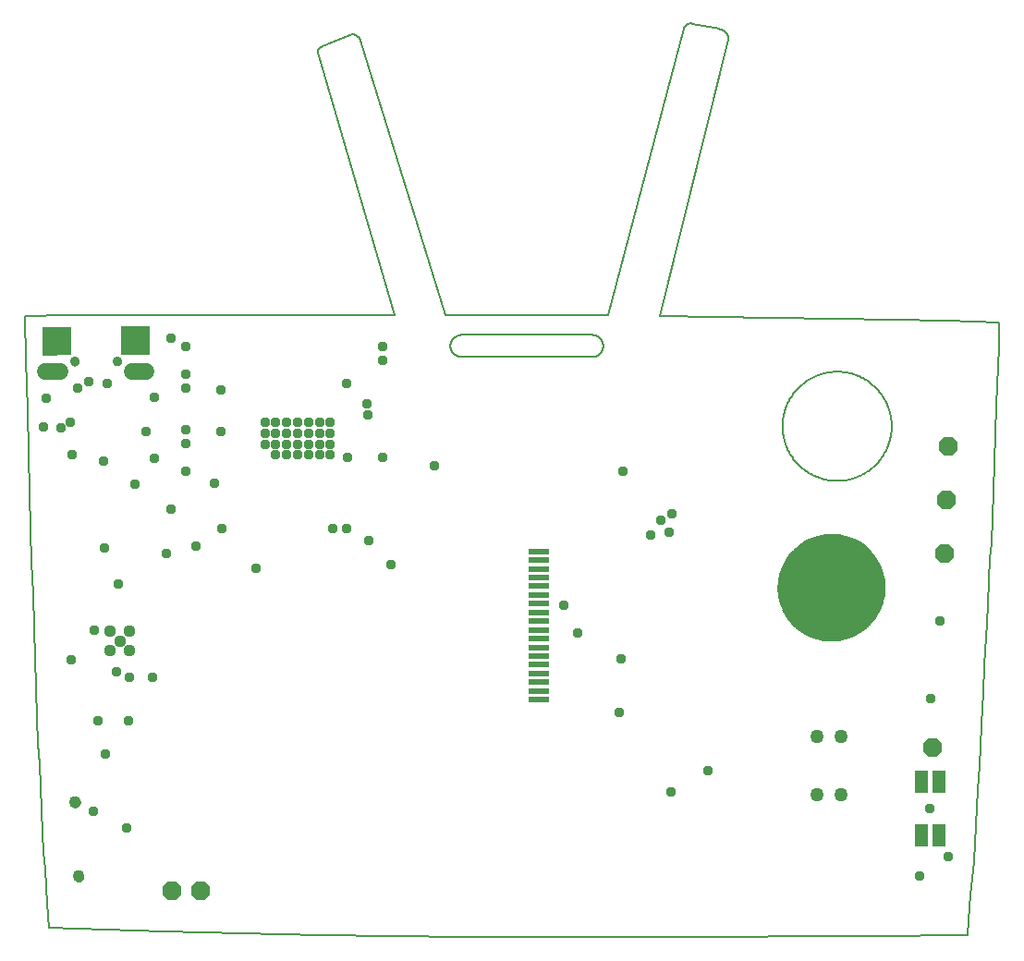
<source format=gts>
G75*
%MOIN*%
%OFA0B0*%
%FSLAX25Y25*%
%IPPOS*%
%LPD*%
%AMOC8*
5,1,8,0,0,1.08239X$1,22.5*
%
%ADD10C,0.00600*%
%ADD11C,0.00500*%
%ADD12C,0.00591*%
%ADD13R,0.04700X0.08100*%
%ADD14C,0.00000*%
%ADD15C,0.05950*%
%ADD16R,0.10300X0.10300*%
%ADD17C,0.03556*%
%ADD18OC8,0.06737*%
%ADD19R,0.07493X0.02375*%
%ADD20R,0.00900X0.00900*%
%ADD21C,0.04375*%
%ADD22C,0.04965*%
%ADD23C,0.04343*%
%ADD24R,0.04737X0.04737*%
%ADD25C,0.03778*%
D10*
X0018536Y0053992D02*
X0059875Y0052417D01*
X0116174Y0051236D01*
X0168930Y0050449D01*
X0239009Y0050449D01*
X0315781Y0050843D01*
X0349639Y0051236D01*
X0350033Y0056354D01*
X0350426Y0061079D01*
X0350820Y0065409D01*
X0352001Y0078008D01*
X0352788Y0091000D01*
X0353576Y0103598D01*
X0353970Y0112654D01*
X0354363Y0118953D01*
X0354757Y0127220D01*
X0355151Y0132732D01*
X0355544Y0138638D01*
X0355938Y0148480D01*
X0356725Y0163835D01*
X0357119Y0170528D01*
X0357907Y0187063D01*
X0358300Y0192575D01*
X0358694Y0202024D01*
X0359088Y0211079D01*
X0359481Y0221709D01*
X0360269Y0242181D01*
X0361056Y0263441D01*
X0361056Y0272102D01*
X0342552Y0272890D01*
X0302395Y0273677D01*
X0279212Y0273741D01*
X0238661Y0274528D01*
X0283041Y0234773D02*
X0283047Y0235256D01*
X0283065Y0235739D01*
X0283094Y0236221D01*
X0283136Y0236702D01*
X0283189Y0237183D01*
X0283254Y0237661D01*
X0283331Y0238138D01*
X0283419Y0238613D01*
X0283519Y0239086D01*
X0283631Y0239556D01*
X0283754Y0240023D01*
X0283889Y0240487D01*
X0284035Y0240948D01*
X0284192Y0241405D01*
X0284360Y0241858D01*
X0284539Y0242306D01*
X0284730Y0242750D01*
X0284931Y0243189D01*
X0285143Y0243624D01*
X0285365Y0244052D01*
X0285598Y0244476D01*
X0285842Y0244893D01*
X0286095Y0245304D01*
X0286359Y0245709D01*
X0286632Y0246108D01*
X0286915Y0246499D01*
X0287207Y0246884D01*
X0287509Y0247261D01*
X0287820Y0247631D01*
X0288140Y0247993D01*
X0288469Y0248347D01*
X0288807Y0248692D01*
X0289152Y0249030D01*
X0289506Y0249359D01*
X0289868Y0249679D01*
X0290238Y0249990D01*
X0290615Y0250292D01*
X0291000Y0250584D01*
X0291391Y0250867D01*
X0291790Y0251140D01*
X0292195Y0251404D01*
X0292606Y0251657D01*
X0293023Y0251901D01*
X0293447Y0252134D01*
X0293875Y0252356D01*
X0294310Y0252568D01*
X0294749Y0252769D01*
X0295193Y0252960D01*
X0295641Y0253139D01*
X0296094Y0253307D01*
X0296551Y0253464D01*
X0297012Y0253610D01*
X0297476Y0253745D01*
X0297943Y0253868D01*
X0298413Y0253980D01*
X0298886Y0254080D01*
X0299361Y0254168D01*
X0299838Y0254245D01*
X0300316Y0254310D01*
X0300797Y0254363D01*
X0301278Y0254405D01*
X0301760Y0254434D01*
X0302243Y0254452D01*
X0302726Y0254458D01*
X0303209Y0254452D01*
X0303692Y0254434D01*
X0304174Y0254405D01*
X0304655Y0254363D01*
X0305136Y0254310D01*
X0305614Y0254245D01*
X0306091Y0254168D01*
X0306566Y0254080D01*
X0307039Y0253980D01*
X0307509Y0253868D01*
X0307976Y0253745D01*
X0308440Y0253610D01*
X0308901Y0253464D01*
X0309358Y0253307D01*
X0309811Y0253139D01*
X0310259Y0252960D01*
X0310703Y0252769D01*
X0311142Y0252568D01*
X0311577Y0252356D01*
X0312005Y0252134D01*
X0312429Y0251901D01*
X0312846Y0251657D01*
X0313257Y0251404D01*
X0313662Y0251140D01*
X0314061Y0250867D01*
X0314452Y0250584D01*
X0314837Y0250292D01*
X0315214Y0249990D01*
X0315584Y0249679D01*
X0315946Y0249359D01*
X0316300Y0249030D01*
X0316645Y0248692D01*
X0316983Y0248347D01*
X0317312Y0247993D01*
X0317632Y0247631D01*
X0317943Y0247261D01*
X0318245Y0246884D01*
X0318537Y0246499D01*
X0318820Y0246108D01*
X0319093Y0245709D01*
X0319357Y0245304D01*
X0319610Y0244893D01*
X0319854Y0244476D01*
X0320087Y0244052D01*
X0320309Y0243624D01*
X0320521Y0243189D01*
X0320722Y0242750D01*
X0320913Y0242306D01*
X0321092Y0241858D01*
X0321260Y0241405D01*
X0321417Y0240948D01*
X0321563Y0240487D01*
X0321698Y0240023D01*
X0321821Y0239556D01*
X0321933Y0239086D01*
X0322033Y0238613D01*
X0322121Y0238138D01*
X0322198Y0237661D01*
X0322263Y0237183D01*
X0322316Y0236702D01*
X0322358Y0236221D01*
X0322387Y0235739D01*
X0322405Y0235256D01*
X0322411Y0234773D01*
X0322405Y0234290D01*
X0322387Y0233807D01*
X0322358Y0233325D01*
X0322316Y0232844D01*
X0322263Y0232363D01*
X0322198Y0231885D01*
X0322121Y0231408D01*
X0322033Y0230933D01*
X0321933Y0230460D01*
X0321821Y0229990D01*
X0321698Y0229523D01*
X0321563Y0229059D01*
X0321417Y0228598D01*
X0321260Y0228141D01*
X0321092Y0227688D01*
X0320913Y0227240D01*
X0320722Y0226796D01*
X0320521Y0226357D01*
X0320309Y0225922D01*
X0320087Y0225494D01*
X0319854Y0225070D01*
X0319610Y0224653D01*
X0319357Y0224242D01*
X0319093Y0223837D01*
X0318820Y0223438D01*
X0318537Y0223047D01*
X0318245Y0222662D01*
X0317943Y0222285D01*
X0317632Y0221915D01*
X0317312Y0221553D01*
X0316983Y0221199D01*
X0316645Y0220854D01*
X0316300Y0220516D01*
X0315946Y0220187D01*
X0315584Y0219867D01*
X0315214Y0219556D01*
X0314837Y0219254D01*
X0314452Y0218962D01*
X0314061Y0218679D01*
X0313662Y0218406D01*
X0313257Y0218142D01*
X0312846Y0217889D01*
X0312429Y0217645D01*
X0312005Y0217412D01*
X0311577Y0217190D01*
X0311142Y0216978D01*
X0310703Y0216777D01*
X0310259Y0216586D01*
X0309811Y0216407D01*
X0309358Y0216239D01*
X0308901Y0216082D01*
X0308440Y0215936D01*
X0307976Y0215801D01*
X0307509Y0215678D01*
X0307039Y0215566D01*
X0306566Y0215466D01*
X0306091Y0215378D01*
X0305614Y0215301D01*
X0305136Y0215236D01*
X0304655Y0215183D01*
X0304174Y0215141D01*
X0303692Y0215112D01*
X0303209Y0215094D01*
X0302726Y0215088D01*
X0302243Y0215094D01*
X0301760Y0215112D01*
X0301278Y0215141D01*
X0300797Y0215183D01*
X0300316Y0215236D01*
X0299838Y0215301D01*
X0299361Y0215378D01*
X0298886Y0215466D01*
X0298413Y0215566D01*
X0297943Y0215678D01*
X0297476Y0215801D01*
X0297012Y0215936D01*
X0296551Y0216082D01*
X0296094Y0216239D01*
X0295641Y0216407D01*
X0295193Y0216586D01*
X0294749Y0216777D01*
X0294310Y0216978D01*
X0293875Y0217190D01*
X0293447Y0217412D01*
X0293023Y0217645D01*
X0292606Y0217889D01*
X0292195Y0218142D01*
X0291790Y0218406D01*
X0291391Y0218679D01*
X0291000Y0218962D01*
X0290615Y0219254D01*
X0290238Y0219556D01*
X0289868Y0219867D01*
X0289506Y0220187D01*
X0289152Y0220516D01*
X0288807Y0220854D01*
X0288469Y0221199D01*
X0288140Y0221553D01*
X0287820Y0221915D01*
X0287509Y0222285D01*
X0287207Y0222662D01*
X0286915Y0223047D01*
X0286632Y0223438D01*
X0286359Y0223837D01*
X0286095Y0224242D01*
X0285842Y0224653D01*
X0285598Y0225070D01*
X0285365Y0225494D01*
X0285143Y0225922D01*
X0284931Y0226357D01*
X0284730Y0226796D01*
X0284539Y0227240D01*
X0284360Y0227688D01*
X0284192Y0228141D01*
X0284035Y0228598D01*
X0283889Y0229059D01*
X0283754Y0229523D01*
X0283631Y0229990D01*
X0283519Y0230460D01*
X0283419Y0230933D01*
X0283331Y0231408D01*
X0283254Y0231885D01*
X0283189Y0232363D01*
X0283136Y0232844D01*
X0283094Y0233325D01*
X0283065Y0233807D01*
X0283047Y0234290D01*
X0283041Y0234773D01*
X0295896Y0195007D02*
X0298376Y0195500D01*
X0300898Y0195666D01*
X0303362Y0195504D01*
X0305784Y0195023D01*
X0308122Y0194229D01*
X0310336Y0193137D01*
X0312389Y0191765D01*
X0314245Y0190137D01*
X0315873Y0188281D01*
X0317245Y0186228D01*
X0318337Y0184014D01*
X0319130Y0181676D01*
X0319612Y0179254D01*
X0319773Y0176791D01*
X0319773Y0176439D01*
X0319612Y0173971D01*
X0319129Y0171545D01*
X0318334Y0169203D01*
X0317240Y0166984D01*
X0315866Y0164928D01*
X0314235Y0163068D01*
X0312375Y0161437D01*
X0310318Y0160063D01*
X0308100Y0158969D01*
X0305758Y0158173D01*
X0303332Y0157691D01*
X0300863Y0157529D01*
X0300382Y0157529D01*
X0297927Y0157690D01*
X0295514Y0158170D01*
X0293184Y0158961D01*
X0290977Y0160049D01*
X0288931Y0161416D01*
X0287081Y0163039D01*
X0285459Y0164888D01*
X0284092Y0166934D01*
X0283004Y0169141D01*
X0282213Y0171471D01*
X0281733Y0173884D01*
X0281572Y0176339D01*
X0281737Y0178862D01*
X0282230Y0181341D01*
X0283043Y0183735D01*
X0284161Y0186003D01*
X0285566Y0188105D01*
X0287232Y0190005D01*
X0289133Y0191672D01*
X0291235Y0193077D01*
X0293502Y0194195D01*
X0295896Y0195007D01*
X0295706Y0194943D02*
X0306019Y0194943D01*
X0307782Y0194344D02*
X0293943Y0194344D01*
X0292592Y0193746D02*
X0309101Y0193746D01*
X0310315Y0193147D02*
X0291378Y0193147D01*
X0290445Y0192549D02*
X0311216Y0192549D01*
X0312112Y0191950D02*
X0289549Y0191950D01*
X0288768Y0191352D02*
X0312860Y0191352D01*
X0313543Y0190753D02*
X0288085Y0190753D01*
X0287403Y0190155D02*
X0314225Y0190155D01*
X0314755Y0189556D02*
X0286839Y0189556D01*
X0286314Y0188958D02*
X0315280Y0188958D01*
X0315805Y0188359D02*
X0285789Y0188359D01*
X0285336Y0187761D02*
X0316221Y0187761D01*
X0316621Y0187162D02*
X0284936Y0187162D01*
X0284536Y0186564D02*
X0317021Y0186564D01*
X0317374Y0185965D02*
X0284143Y0185965D01*
X0283848Y0185367D02*
X0317670Y0185367D01*
X0317965Y0184768D02*
X0283552Y0184768D01*
X0283257Y0184170D02*
X0318260Y0184170D01*
X0318487Y0183571D02*
X0282987Y0183571D01*
X0282784Y0182972D02*
X0318690Y0182972D01*
X0318893Y0182374D02*
X0282581Y0182374D01*
X0282378Y0181775D02*
X0319096Y0181775D01*
X0319230Y0181177D02*
X0282198Y0181177D01*
X0282079Y0180578D02*
X0319349Y0180578D01*
X0319468Y0179980D02*
X0281960Y0179980D01*
X0281841Y0179381D02*
X0319587Y0179381D01*
X0319643Y0178783D02*
X0281732Y0178783D01*
X0281693Y0178184D02*
X0319682Y0178184D01*
X0319721Y0177586D02*
X0281654Y0177586D01*
X0281614Y0176987D02*
X0319761Y0176987D01*
X0319770Y0176389D02*
X0281575Y0176389D01*
X0281608Y0175790D02*
X0319731Y0175790D01*
X0319692Y0175192D02*
X0281647Y0175192D01*
X0281686Y0174593D02*
X0319652Y0174593D01*
X0319613Y0173995D02*
X0281726Y0173995D01*
X0281830Y0173396D02*
X0319497Y0173396D01*
X0319378Y0172798D02*
X0281949Y0172798D01*
X0282068Y0172199D02*
X0319259Y0172199D01*
X0319140Y0171601D02*
X0282187Y0171601D01*
X0282372Y0171002D02*
X0318945Y0171002D01*
X0318742Y0170404D02*
X0282575Y0170404D01*
X0282778Y0169805D02*
X0318539Y0169805D01*
X0318335Y0169207D02*
X0282981Y0169207D01*
X0283266Y0168608D02*
X0318041Y0168608D01*
X0317746Y0168010D02*
X0283562Y0168010D01*
X0283857Y0167411D02*
X0317451Y0167411D01*
X0317125Y0166813D02*
X0284173Y0166813D01*
X0284573Y0166214D02*
X0316725Y0166214D01*
X0316326Y0165616D02*
X0284973Y0165616D01*
X0285373Y0165017D02*
X0315926Y0165017D01*
X0315419Y0164419D02*
X0285871Y0164419D01*
X0286396Y0163820D02*
X0314895Y0163820D01*
X0314370Y0163222D02*
X0286921Y0163222D01*
X0287555Y0162623D02*
X0313728Y0162623D01*
X0313045Y0162025D02*
X0288237Y0162025D01*
X0288920Y0161426D02*
X0312359Y0161426D01*
X0311463Y0160828D02*
X0289812Y0160828D01*
X0290708Y0160229D02*
X0310567Y0160229D01*
X0309442Y0159631D02*
X0291826Y0159631D01*
X0293040Y0159032D02*
X0308229Y0159032D01*
X0306524Y0158434D02*
X0294738Y0158434D01*
X0297198Y0157835D02*
X0304056Y0157835D01*
X0302798Y0195541D02*
X0298998Y0195541D01*
X0024881Y0274725D02*
X0009875Y0274465D01*
X0010269Y0258717D01*
X0010662Y0241000D01*
X0011056Y0224858D01*
X0011450Y0211079D01*
X0011844Y0197693D01*
X0012237Y0185488D01*
X0012631Y0174465D01*
X0013025Y0161866D01*
X0013418Y0151630D01*
X0014206Y0129583D01*
X0014599Y0120134D01*
X0014993Y0113047D01*
X0015387Y0104780D01*
X0015781Y0096118D01*
X0016174Y0088638D01*
X0016568Y0080764D01*
X0016962Y0075252D01*
X0017355Y0068559D01*
X0017749Y0063047D01*
X0018143Y0058323D01*
X0018536Y0053992D01*
D11*
X0167177Y0259861D02*
X0214421Y0259861D01*
X0218358Y0263798D02*
X0218356Y0263922D01*
X0218350Y0264045D01*
X0218341Y0264169D01*
X0218327Y0264291D01*
X0218310Y0264414D01*
X0218288Y0264536D01*
X0218263Y0264657D01*
X0218234Y0264777D01*
X0218202Y0264896D01*
X0218165Y0265015D01*
X0218125Y0265132D01*
X0218082Y0265247D01*
X0218034Y0265362D01*
X0217983Y0265474D01*
X0217929Y0265585D01*
X0217871Y0265695D01*
X0217810Y0265802D01*
X0217745Y0265908D01*
X0217677Y0266011D01*
X0217606Y0266112D01*
X0217532Y0266211D01*
X0217455Y0266308D01*
X0217374Y0266402D01*
X0217291Y0266493D01*
X0217205Y0266582D01*
X0217116Y0266668D01*
X0217025Y0266751D01*
X0216931Y0266832D01*
X0216834Y0266909D01*
X0216735Y0266983D01*
X0216634Y0267054D01*
X0216531Y0267122D01*
X0216425Y0267187D01*
X0216318Y0267248D01*
X0216208Y0267306D01*
X0216097Y0267360D01*
X0215985Y0267411D01*
X0215870Y0267459D01*
X0215755Y0267502D01*
X0215638Y0267542D01*
X0215519Y0267579D01*
X0215400Y0267611D01*
X0215280Y0267640D01*
X0215159Y0267665D01*
X0215037Y0267687D01*
X0214914Y0267704D01*
X0214792Y0267718D01*
X0214668Y0267727D01*
X0214545Y0267733D01*
X0214421Y0267735D01*
X0167177Y0267735D01*
X0163240Y0263798D02*
X0163242Y0263674D01*
X0163248Y0263551D01*
X0163257Y0263427D01*
X0163271Y0263305D01*
X0163288Y0263182D01*
X0163310Y0263060D01*
X0163335Y0262939D01*
X0163364Y0262819D01*
X0163396Y0262700D01*
X0163433Y0262581D01*
X0163473Y0262464D01*
X0163516Y0262349D01*
X0163564Y0262234D01*
X0163615Y0262122D01*
X0163669Y0262011D01*
X0163727Y0261901D01*
X0163788Y0261794D01*
X0163853Y0261688D01*
X0163921Y0261585D01*
X0163992Y0261484D01*
X0164066Y0261385D01*
X0164143Y0261288D01*
X0164224Y0261194D01*
X0164307Y0261103D01*
X0164393Y0261014D01*
X0164482Y0260928D01*
X0164573Y0260845D01*
X0164667Y0260764D01*
X0164764Y0260687D01*
X0164863Y0260613D01*
X0164964Y0260542D01*
X0165067Y0260474D01*
X0165173Y0260409D01*
X0165280Y0260348D01*
X0165390Y0260290D01*
X0165501Y0260236D01*
X0165613Y0260185D01*
X0165728Y0260137D01*
X0165843Y0260094D01*
X0165960Y0260054D01*
X0166079Y0260017D01*
X0166198Y0259985D01*
X0166318Y0259956D01*
X0166439Y0259931D01*
X0166561Y0259909D01*
X0166684Y0259892D01*
X0166806Y0259878D01*
X0166930Y0259869D01*
X0167053Y0259863D01*
X0167177Y0259861D01*
X0163240Y0263798D02*
X0163242Y0263922D01*
X0163248Y0264045D01*
X0163257Y0264169D01*
X0163271Y0264291D01*
X0163288Y0264414D01*
X0163310Y0264536D01*
X0163335Y0264657D01*
X0163364Y0264777D01*
X0163396Y0264896D01*
X0163433Y0265015D01*
X0163473Y0265132D01*
X0163516Y0265247D01*
X0163564Y0265362D01*
X0163615Y0265474D01*
X0163669Y0265585D01*
X0163727Y0265695D01*
X0163788Y0265802D01*
X0163853Y0265908D01*
X0163921Y0266011D01*
X0163992Y0266112D01*
X0164066Y0266211D01*
X0164143Y0266308D01*
X0164224Y0266402D01*
X0164307Y0266493D01*
X0164393Y0266582D01*
X0164482Y0266668D01*
X0164573Y0266751D01*
X0164667Y0266832D01*
X0164764Y0266909D01*
X0164863Y0266983D01*
X0164964Y0267054D01*
X0165067Y0267122D01*
X0165173Y0267187D01*
X0165280Y0267248D01*
X0165390Y0267306D01*
X0165501Y0267360D01*
X0165613Y0267411D01*
X0165728Y0267459D01*
X0165843Y0267502D01*
X0165960Y0267542D01*
X0166079Y0267579D01*
X0166198Y0267611D01*
X0166318Y0267640D01*
X0166439Y0267665D01*
X0166561Y0267687D01*
X0166684Y0267704D01*
X0166806Y0267718D01*
X0166930Y0267727D01*
X0167053Y0267733D01*
X0167177Y0267735D01*
X0214421Y0259861D02*
X0214545Y0259863D01*
X0214668Y0259869D01*
X0214792Y0259878D01*
X0214914Y0259892D01*
X0215037Y0259909D01*
X0215159Y0259931D01*
X0215280Y0259956D01*
X0215400Y0259985D01*
X0215519Y0260017D01*
X0215638Y0260054D01*
X0215755Y0260094D01*
X0215870Y0260137D01*
X0215985Y0260185D01*
X0216097Y0260236D01*
X0216208Y0260290D01*
X0216318Y0260348D01*
X0216425Y0260409D01*
X0216531Y0260474D01*
X0216634Y0260542D01*
X0216735Y0260613D01*
X0216834Y0260687D01*
X0216931Y0260764D01*
X0217025Y0260845D01*
X0217116Y0260928D01*
X0217205Y0261014D01*
X0217291Y0261103D01*
X0217374Y0261194D01*
X0217455Y0261288D01*
X0217532Y0261385D01*
X0217606Y0261484D01*
X0217677Y0261585D01*
X0217745Y0261688D01*
X0217810Y0261794D01*
X0217871Y0261901D01*
X0217929Y0262011D01*
X0217983Y0262122D01*
X0218034Y0262234D01*
X0218082Y0262349D01*
X0218125Y0262464D01*
X0218165Y0262581D01*
X0218202Y0262700D01*
X0218234Y0262819D01*
X0218263Y0262939D01*
X0218288Y0263060D01*
X0218310Y0263182D01*
X0218327Y0263305D01*
X0218341Y0263427D01*
X0218350Y0263551D01*
X0218356Y0263674D01*
X0218358Y0263798D01*
D12*
X0220157Y0274922D02*
X0247322Y0378072D01*
X0247322Y0378071D02*
X0247347Y0378169D01*
X0247375Y0378266D01*
X0247407Y0378361D01*
X0247442Y0378455D01*
X0247481Y0378548D01*
X0247524Y0378639D01*
X0247570Y0378728D01*
X0247620Y0378816D01*
X0247672Y0378902D01*
X0247728Y0378985D01*
X0247788Y0379067D01*
X0247850Y0379146D01*
X0247915Y0379222D01*
X0247983Y0379296D01*
X0248054Y0379367D01*
X0248128Y0379436D01*
X0248204Y0379502D01*
X0248283Y0379565D01*
X0248364Y0379624D01*
X0248447Y0379681D01*
X0248532Y0379734D01*
X0248619Y0379784D01*
X0248709Y0379831D01*
X0248799Y0379874D01*
X0248892Y0379914D01*
X0248986Y0379950D01*
X0249081Y0379982D01*
X0249177Y0380011D01*
X0249275Y0380036D01*
X0249373Y0380057D01*
X0249472Y0380075D01*
X0249572Y0380089D01*
X0249672Y0380099D01*
X0249772Y0380105D01*
X0249873Y0380107D01*
X0249974Y0380105D01*
X0250074Y0380100D01*
X0250174Y0380091D01*
X0250274Y0380077D01*
X0250373Y0380060D01*
X0250471Y0380040D01*
X0250472Y0380040D02*
X0260314Y0378072D01*
X0260315Y0378071D02*
X0260430Y0378056D01*
X0260546Y0378038D01*
X0260660Y0378016D01*
X0260774Y0377989D01*
X0260887Y0377960D01*
X0260998Y0377926D01*
X0261109Y0377889D01*
X0261218Y0377849D01*
X0261326Y0377804D01*
X0261433Y0377757D01*
X0261538Y0377705D01*
X0261641Y0377651D01*
X0261742Y0377593D01*
X0261841Y0377532D01*
X0261938Y0377467D01*
X0262034Y0377400D01*
X0262126Y0377329D01*
X0262217Y0377255D01*
X0262305Y0377179D01*
X0262390Y0377099D01*
X0262473Y0377017D01*
X0262553Y0376932D01*
X0262630Y0376845D01*
X0262705Y0376755D01*
X0262776Y0376663D01*
X0262844Y0376568D01*
X0262910Y0376471D01*
X0262972Y0376373D01*
X0263030Y0376272D01*
X0263086Y0376169D01*
X0263138Y0376065D01*
X0263186Y0375959D01*
X0263231Y0375851D01*
X0263273Y0375742D01*
X0263311Y0375632D01*
X0263345Y0375520D01*
X0263376Y0375408D01*
X0263403Y0375294D01*
X0263426Y0375180D01*
X0263445Y0375065D01*
X0263461Y0374949D01*
X0263473Y0374833D01*
X0263481Y0374717D01*
X0263485Y0374600D01*
X0263486Y0374484D01*
X0263482Y0374367D01*
X0263475Y0374250D01*
X0263464Y0374134D01*
X0263464Y0374135D02*
X0238661Y0274528D01*
X0220157Y0274922D02*
X0161496Y0274922D01*
X0130787Y0373741D01*
X0130770Y0373843D01*
X0130750Y0373946D01*
X0130726Y0374047D01*
X0130698Y0374147D01*
X0130666Y0374246D01*
X0130630Y0374344D01*
X0130591Y0374441D01*
X0130549Y0374536D01*
X0130502Y0374629D01*
X0130453Y0374720D01*
X0130400Y0374810D01*
X0130343Y0374898D01*
X0130284Y0374983D01*
X0130221Y0375066D01*
X0130155Y0375147D01*
X0130086Y0375225D01*
X0130015Y0375300D01*
X0129940Y0375373D01*
X0129863Y0375443D01*
X0129784Y0375510D01*
X0129701Y0375574D01*
X0129617Y0375635D01*
X0129530Y0375693D01*
X0129442Y0375747D01*
X0129351Y0375798D01*
X0129258Y0375846D01*
X0129164Y0375890D01*
X0129068Y0375931D01*
X0128971Y0375968D01*
X0128872Y0376001D01*
X0128772Y0376031D01*
X0128671Y0376056D01*
X0128570Y0376078D01*
X0128467Y0376097D01*
X0128364Y0376111D01*
X0128260Y0376122D01*
X0128157Y0376128D01*
X0128052Y0376131D01*
X0127948Y0376130D01*
X0127844Y0376125D01*
X0127741Y0376116D01*
X0127637Y0376103D01*
X0117007Y0371772D01*
X0116922Y0371753D01*
X0116837Y0371730D01*
X0116754Y0371704D01*
X0116672Y0371674D01*
X0116591Y0371640D01*
X0116511Y0371603D01*
X0116434Y0371563D01*
X0116358Y0371519D01*
X0116284Y0371472D01*
X0116213Y0371421D01*
X0116143Y0371368D01*
X0116076Y0371312D01*
X0116012Y0371252D01*
X0115950Y0371190D01*
X0115891Y0371126D01*
X0115834Y0371059D01*
X0115781Y0370989D01*
X0115731Y0370917D01*
X0115684Y0370843D01*
X0115640Y0370768D01*
X0115600Y0370690D01*
X0115563Y0370610D01*
X0115530Y0370529D01*
X0115500Y0370447D01*
X0115474Y0370364D01*
X0115451Y0370279D01*
X0115432Y0370193D01*
X0115417Y0370107D01*
X0115406Y0370020D01*
X0115398Y0369933D01*
X0115394Y0369846D01*
X0115395Y0369758D01*
X0115398Y0369671D01*
X0115406Y0369583D01*
X0115418Y0369497D01*
X0115433Y0369410D01*
X0142992Y0274922D01*
X0024881Y0274725D01*
D13*
X0333083Y0106450D03*
X0339383Y0106450D03*
X0339383Y0087350D03*
X0333083Y0087350D03*
D14*
X0051326Y0264466D02*
X0051318Y0266828D01*
X0051306Y0266905D01*
X0051291Y0266982D01*
X0051271Y0267057D01*
X0051248Y0267132D01*
X0051222Y0267205D01*
X0051192Y0267277D01*
X0051158Y0267347D01*
X0051121Y0267415D01*
X0051080Y0267482D01*
X0051037Y0267546D01*
X0050990Y0267609D01*
X0050940Y0267669D01*
X0050888Y0267726D01*
X0050832Y0267781D01*
X0050774Y0267833D01*
X0050714Y0267882D01*
X0050651Y0267928D01*
X0050586Y0267971D01*
X0050519Y0268011D01*
X0050450Y0268047D01*
X0050380Y0268080D01*
X0050308Y0268110D01*
X0050234Y0268135D01*
X0050159Y0268158D01*
X0050084Y0268176D01*
X0050007Y0268191D01*
X0049930Y0268202D01*
X0049853Y0268209D01*
X0049775Y0268213D01*
X0049697Y0268212D01*
X0049619Y0268208D01*
X0049542Y0268200D01*
X0049541Y0268199D02*
X0049464Y0268207D01*
X0049386Y0268211D01*
X0049308Y0268210D01*
X0049230Y0268206D01*
X0049153Y0268199D01*
X0049076Y0268187D01*
X0048999Y0268172D01*
X0048924Y0268153D01*
X0048849Y0268130D01*
X0048776Y0268104D01*
X0048704Y0268074D01*
X0048634Y0268040D01*
X0048565Y0268003D01*
X0048498Y0267963D01*
X0048434Y0267920D01*
X0048371Y0267873D01*
X0048311Y0267824D01*
X0048254Y0267771D01*
X0048199Y0267716D01*
X0048146Y0267658D01*
X0048097Y0267598D01*
X0048051Y0267535D01*
X0048008Y0267471D01*
X0047968Y0267404D01*
X0047931Y0267335D01*
X0047898Y0267264D01*
X0047868Y0267192D01*
X0047842Y0267119D01*
X0047820Y0267044D01*
X0047801Y0266969D01*
X0047786Y0266892D01*
X0047775Y0266815D01*
X0047775Y0266816D02*
X0047783Y0264453D01*
X0047783Y0264454D02*
X0047795Y0264377D01*
X0047810Y0264300D01*
X0047830Y0264225D01*
X0047853Y0264150D01*
X0047879Y0264077D01*
X0047909Y0264005D01*
X0047943Y0263935D01*
X0047980Y0263867D01*
X0048021Y0263800D01*
X0048064Y0263736D01*
X0048111Y0263673D01*
X0048161Y0263613D01*
X0048213Y0263556D01*
X0048269Y0263501D01*
X0048327Y0263449D01*
X0048387Y0263400D01*
X0048450Y0263354D01*
X0048515Y0263311D01*
X0048582Y0263271D01*
X0048651Y0263235D01*
X0048721Y0263202D01*
X0048793Y0263172D01*
X0048867Y0263147D01*
X0048942Y0263124D01*
X0049017Y0263106D01*
X0049094Y0263091D01*
X0049171Y0263080D01*
X0049248Y0263073D01*
X0049326Y0263069D01*
X0049404Y0263070D01*
X0049482Y0263074D01*
X0049559Y0263082D01*
X0049560Y0263082D02*
X0049637Y0263074D01*
X0049715Y0263070D01*
X0049793Y0263071D01*
X0049871Y0263075D01*
X0049948Y0263082D01*
X0050025Y0263094D01*
X0050102Y0263109D01*
X0050177Y0263128D01*
X0050252Y0263151D01*
X0050325Y0263177D01*
X0050397Y0263207D01*
X0050467Y0263241D01*
X0050536Y0263278D01*
X0050603Y0263318D01*
X0050667Y0263361D01*
X0050730Y0263408D01*
X0050790Y0263457D01*
X0050847Y0263510D01*
X0050902Y0263565D01*
X0050955Y0263623D01*
X0051004Y0263683D01*
X0051050Y0263746D01*
X0051093Y0263810D01*
X0051133Y0263877D01*
X0051170Y0263946D01*
X0051203Y0264017D01*
X0051233Y0264089D01*
X0051259Y0264162D01*
X0051281Y0264237D01*
X0051300Y0264312D01*
X0051315Y0264389D01*
X0051326Y0264466D01*
X0041703Y0258138D02*
X0041705Y0258212D01*
X0041711Y0258286D01*
X0041721Y0258359D01*
X0041735Y0258432D01*
X0041752Y0258504D01*
X0041774Y0258574D01*
X0041799Y0258644D01*
X0041828Y0258712D01*
X0041861Y0258778D01*
X0041897Y0258843D01*
X0041937Y0258905D01*
X0041979Y0258966D01*
X0042025Y0259024D01*
X0042074Y0259079D01*
X0042126Y0259132D01*
X0042181Y0259182D01*
X0042238Y0259228D01*
X0042298Y0259272D01*
X0042360Y0259312D01*
X0042424Y0259349D01*
X0042490Y0259383D01*
X0042558Y0259413D01*
X0042627Y0259439D01*
X0042698Y0259462D01*
X0042769Y0259480D01*
X0042842Y0259495D01*
X0042915Y0259506D01*
X0042989Y0259513D01*
X0043063Y0259516D01*
X0043136Y0259515D01*
X0043210Y0259510D01*
X0043284Y0259501D01*
X0043357Y0259488D01*
X0043429Y0259471D01*
X0043500Y0259451D01*
X0043570Y0259426D01*
X0043638Y0259398D01*
X0043705Y0259367D01*
X0043770Y0259331D01*
X0043833Y0259293D01*
X0043894Y0259251D01*
X0043953Y0259205D01*
X0044009Y0259157D01*
X0044062Y0259106D01*
X0044112Y0259052D01*
X0044160Y0258995D01*
X0044204Y0258936D01*
X0044246Y0258874D01*
X0044284Y0258811D01*
X0044318Y0258745D01*
X0044349Y0258678D01*
X0044376Y0258609D01*
X0044399Y0258539D01*
X0044419Y0258468D01*
X0044435Y0258395D01*
X0044447Y0258322D01*
X0044455Y0258249D01*
X0044459Y0258175D01*
X0044459Y0258101D01*
X0044455Y0258027D01*
X0044447Y0257954D01*
X0044435Y0257881D01*
X0044419Y0257808D01*
X0044399Y0257737D01*
X0044376Y0257667D01*
X0044349Y0257598D01*
X0044318Y0257531D01*
X0044284Y0257465D01*
X0044246Y0257402D01*
X0044204Y0257340D01*
X0044160Y0257281D01*
X0044112Y0257224D01*
X0044062Y0257170D01*
X0044009Y0257119D01*
X0043953Y0257071D01*
X0043894Y0257025D01*
X0043833Y0256983D01*
X0043770Y0256945D01*
X0043705Y0256909D01*
X0043638Y0256878D01*
X0043570Y0256850D01*
X0043500Y0256825D01*
X0043429Y0256805D01*
X0043357Y0256788D01*
X0043284Y0256775D01*
X0043210Y0256766D01*
X0043136Y0256761D01*
X0043063Y0256760D01*
X0042989Y0256763D01*
X0042915Y0256770D01*
X0042842Y0256781D01*
X0042769Y0256796D01*
X0042698Y0256814D01*
X0042627Y0256837D01*
X0042558Y0256863D01*
X0042490Y0256893D01*
X0042424Y0256927D01*
X0042360Y0256964D01*
X0042298Y0257004D01*
X0042238Y0257048D01*
X0042181Y0257094D01*
X0042126Y0257144D01*
X0042074Y0257197D01*
X0042025Y0257252D01*
X0041979Y0257310D01*
X0041937Y0257371D01*
X0041897Y0257433D01*
X0041861Y0257498D01*
X0041828Y0257564D01*
X0041799Y0257632D01*
X0041774Y0257702D01*
X0041752Y0257772D01*
X0041735Y0257844D01*
X0041721Y0257917D01*
X0041711Y0257990D01*
X0041705Y0258064D01*
X0041703Y0258138D01*
X0026348Y0258084D02*
X0026350Y0258158D01*
X0026356Y0258232D01*
X0026366Y0258305D01*
X0026380Y0258378D01*
X0026397Y0258450D01*
X0026419Y0258520D01*
X0026444Y0258590D01*
X0026473Y0258658D01*
X0026506Y0258724D01*
X0026542Y0258789D01*
X0026582Y0258851D01*
X0026624Y0258912D01*
X0026670Y0258970D01*
X0026719Y0259025D01*
X0026771Y0259078D01*
X0026826Y0259128D01*
X0026883Y0259174D01*
X0026943Y0259218D01*
X0027005Y0259258D01*
X0027069Y0259295D01*
X0027135Y0259329D01*
X0027203Y0259359D01*
X0027272Y0259385D01*
X0027343Y0259408D01*
X0027414Y0259426D01*
X0027487Y0259441D01*
X0027560Y0259452D01*
X0027634Y0259459D01*
X0027708Y0259462D01*
X0027781Y0259461D01*
X0027855Y0259456D01*
X0027929Y0259447D01*
X0028002Y0259434D01*
X0028074Y0259417D01*
X0028145Y0259397D01*
X0028215Y0259372D01*
X0028283Y0259344D01*
X0028350Y0259313D01*
X0028415Y0259277D01*
X0028478Y0259239D01*
X0028539Y0259197D01*
X0028598Y0259151D01*
X0028654Y0259103D01*
X0028707Y0259052D01*
X0028757Y0258998D01*
X0028805Y0258941D01*
X0028849Y0258882D01*
X0028891Y0258820D01*
X0028929Y0258757D01*
X0028963Y0258691D01*
X0028994Y0258624D01*
X0029021Y0258555D01*
X0029044Y0258485D01*
X0029064Y0258414D01*
X0029080Y0258341D01*
X0029092Y0258268D01*
X0029100Y0258195D01*
X0029104Y0258121D01*
X0029104Y0258047D01*
X0029100Y0257973D01*
X0029092Y0257900D01*
X0029080Y0257827D01*
X0029064Y0257754D01*
X0029044Y0257683D01*
X0029021Y0257613D01*
X0028994Y0257544D01*
X0028963Y0257477D01*
X0028929Y0257411D01*
X0028891Y0257348D01*
X0028849Y0257286D01*
X0028805Y0257227D01*
X0028757Y0257170D01*
X0028707Y0257116D01*
X0028654Y0257065D01*
X0028598Y0257017D01*
X0028539Y0256971D01*
X0028478Y0256929D01*
X0028415Y0256891D01*
X0028350Y0256855D01*
X0028283Y0256824D01*
X0028215Y0256796D01*
X0028145Y0256771D01*
X0028074Y0256751D01*
X0028002Y0256734D01*
X0027929Y0256721D01*
X0027855Y0256712D01*
X0027781Y0256707D01*
X0027708Y0256706D01*
X0027634Y0256709D01*
X0027560Y0256716D01*
X0027487Y0256727D01*
X0027414Y0256742D01*
X0027343Y0256760D01*
X0027272Y0256783D01*
X0027203Y0256809D01*
X0027135Y0256839D01*
X0027069Y0256873D01*
X0027005Y0256910D01*
X0026943Y0256950D01*
X0026883Y0256994D01*
X0026826Y0257040D01*
X0026771Y0257090D01*
X0026719Y0257143D01*
X0026670Y0257198D01*
X0026624Y0257256D01*
X0026582Y0257317D01*
X0026542Y0257379D01*
X0026506Y0257444D01*
X0026473Y0257510D01*
X0026444Y0257578D01*
X0026419Y0257648D01*
X0026397Y0257718D01*
X0026380Y0257790D01*
X0026366Y0257863D01*
X0026356Y0257936D01*
X0026350Y0258010D01*
X0026348Y0258084D01*
X0022980Y0264367D02*
X0022972Y0266532D01*
X0022973Y0266533D02*
X0022976Y0266608D01*
X0022975Y0266683D01*
X0022970Y0266757D01*
X0022962Y0266832D01*
X0022949Y0266906D01*
X0022933Y0266979D01*
X0022914Y0267052D01*
X0022890Y0267123D01*
X0022863Y0267193D01*
X0022833Y0267261D01*
X0022799Y0267328D01*
X0022762Y0267393D01*
X0022721Y0267456D01*
X0022677Y0267517D01*
X0022631Y0267576D01*
X0022581Y0267632D01*
X0022529Y0267686D01*
X0022474Y0267737D01*
X0022416Y0267785D01*
X0022356Y0267830D01*
X0022294Y0267872D01*
X0022230Y0267911D01*
X0022164Y0267947D01*
X0022096Y0267979D01*
X0022027Y0268007D01*
X0021957Y0268033D01*
X0021885Y0268054D01*
X0021812Y0268072D01*
X0021738Y0268086D01*
X0021664Y0268096D01*
X0021589Y0268103D01*
X0021589Y0268102D02*
X0020802Y0268099D01*
X0020801Y0268099D02*
X0020727Y0268092D01*
X0020653Y0268081D01*
X0020579Y0268067D01*
X0020506Y0268048D01*
X0020435Y0268026D01*
X0020364Y0268001D01*
X0020295Y0267971D01*
X0020228Y0267939D01*
X0020162Y0267903D01*
X0020098Y0267864D01*
X0020036Y0267821D01*
X0019977Y0267776D01*
X0019919Y0267727D01*
X0019865Y0267676D01*
X0019813Y0267622D01*
X0019764Y0267565D01*
X0019717Y0267506D01*
X0019674Y0267445D01*
X0019634Y0267381D01*
X0019597Y0267316D01*
X0019564Y0267249D01*
X0019534Y0267180D01*
X0019507Y0267110D01*
X0019485Y0267039D01*
X0019465Y0266966D01*
X0019450Y0266893D01*
X0019438Y0266819D01*
X0019430Y0266744D01*
X0019426Y0266669D01*
X0019425Y0266594D01*
X0019429Y0266519D01*
X0019429Y0266520D02*
X0019437Y0264355D01*
X0019437Y0264354D02*
X0019439Y0264282D01*
X0019445Y0264210D01*
X0019455Y0264139D01*
X0019468Y0264068D01*
X0019485Y0263998D01*
X0019506Y0263929D01*
X0019530Y0263861D01*
X0019558Y0263794D01*
X0019589Y0263729D01*
X0019624Y0263666D01*
X0019662Y0263604D01*
X0019703Y0263545D01*
X0019747Y0263488D01*
X0019794Y0263433D01*
X0019844Y0263381D01*
X0019897Y0263332D01*
X0019952Y0263285D01*
X0020009Y0263241D01*
X0020069Y0263201D01*
X0020130Y0263163D01*
X0020194Y0263129D01*
X0020259Y0263098D01*
X0020326Y0263071D01*
X0020394Y0263047D01*
X0020463Y0263027D01*
X0020533Y0263010D01*
X0020604Y0262997D01*
X0020676Y0262988D01*
X0020748Y0262983D01*
X0020820Y0262981D01*
X0020819Y0262981D02*
X0021607Y0262984D01*
X0021679Y0262986D01*
X0021751Y0262992D01*
X0021822Y0263002D01*
X0021893Y0263015D01*
X0021963Y0263032D01*
X0022032Y0263053D01*
X0022100Y0263077D01*
X0022167Y0263105D01*
X0022232Y0263136D01*
X0022295Y0263171D01*
X0022357Y0263209D01*
X0022416Y0263250D01*
X0022473Y0263294D01*
X0022528Y0263341D01*
X0022580Y0263391D01*
X0022629Y0263444D01*
X0022676Y0263499D01*
X0022720Y0263556D01*
X0022760Y0263616D01*
X0022798Y0263677D01*
X0022832Y0263741D01*
X0022863Y0263806D01*
X0022890Y0263873D01*
X0022914Y0263941D01*
X0022934Y0264010D01*
X0022951Y0264080D01*
X0022964Y0264151D01*
X0022973Y0264223D01*
X0022978Y0264295D01*
X0022980Y0264367D01*
X0026093Y0099141D02*
X0026095Y0099225D01*
X0026101Y0099308D01*
X0026111Y0099391D01*
X0026125Y0099474D01*
X0026142Y0099556D01*
X0026164Y0099637D01*
X0026189Y0099716D01*
X0026218Y0099795D01*
X0026251Y0099872D01*
X0026287Y0099947D01*
X0026327Y0100021D01*
X0026370Y0100093D01*
X0026417Y0100162D01*
X0026467Y0100229D01*
X0026520Y0100294D01*
X0026576Y0100356D01*
X0026634Y0100416D01*
X0026696Y0100473D01*
X0026760Y0100526D01*
X0026827Y0100577D01*
X0026896Y0100624D01*
X0026967Y0100669D01*
X0027040Y0100709D01*
X0027115Y0100746D01*
X0027192Y0100780D01*
X0027270Y0100810D01*
X0027349Y0100836D01*
X0027430Y0100859D01*
X0027512Y0100877D01*
X0027594Y0100892D01*
X0027677Y0100903D01*
X0027760Y0100910D01*
X0027844Y0100913D01*
X0027928Y0100912D01*
X0028011Y0100907D01*
X0028095Y0100898D01*
X0028177Y0100885D01*
X0028259Y0100869D01*
X0028340Y0100848D01*
X0028421Y0100824D01*
X0028499Y0100796D01*
X0028577Y0100764D01*
X0028653Y0100728D01*
X0028727Y0100689D01*
X0028799Y0100647D01*
X0028869Y0100601D01*
X0028937Y0100552D01*
X0029002Y0100500D01*
X0029065Y0100445D01*
X0029125Y0100387D01*
X0029183Y0100326D01*
X0029237Y0100262D01*
X0029289Y0100196D01*
X0029337Y0100128D01*
X0029382Y0100057D01*
X0029423Y0099984D01*
X0029462Y0099910D01*
X0029496Y0099834D01*
X0029527Y0099756D01*
X0029554Y0099677D01*
X0029578Y0099596D01*
X0029597Y0099515D01*
X0029613Y0099433D01*
X0029625Y0099350D01*
X0029633Y0099266D01*
X0029637Y0099183D01*
X0029637Y0099099D01*
X0029633Y0099016D01*
X0029625Y0098932D01*
X0029613Y0098849D01*
X0029597Y0098767D01*
X0029578Y0098686D01*
X0029554Y0098605D01*
X0029527Y0098526D01*
X0029496Y0098448D01*
X0029462Y0098372D01*
X0029423Y0098298D01*
X0029382Y0098225D01*
X0029337Y0098154D01*
X0029289Y0098086D01*
X0029237Y0098020D01*
X0029183Y0097956D01*
X0029125Y0097895D01*
X0029065Y0097837D01*
X0029002Y0097782D01*
X0028937Y0097730D01*
X0028869Y0097681D01*
X0028799Y0097635D01*
X0028727Y0097593D01*
X0028653Y0097554D01*
X0028577Y0097518D01*
X0028499Y0097486D01*
X0028421Y0097458D01*
X0028340Y0097434D01*
X0028259Y0097413D01*
X0028177Y0097397D01*
X0028095Y0097384D01*
X0028011Y0097375D01*
X0027928Y0097370D01*
X0027844Y0097369D01*
X0027760Y0097372D01*
X0027677Y0097379D01*
X0027594Y0097390D01*
X0027512Y0097405D01*
X0027430Y0097423D01*
X0027349Y0097446D01*
X0027270Y0097472D01*
X0027192Y0097502D01*
X0027115Y0097536D01*
X0027040Y0097573D01*
X0026967Y0097613D01*
X0026896Y0097658D01*
X0026827Y0097705D01*
X0026760Y0097756D01*
X0026696Y0097809D01*
X0026634Y0097866D01*
X0026576Y0097926D01*
X0026520Y0097988D01*
X0026467Y0098053D01*
X0026417Y0098120D01*
X0026370Y0098189D01*
X0026327Y0098261D01*
X0026287Y0098335D01*
X0026251Y0098410D01*
X0026218Y0098487D01*
X0026189Y0098566D01*
X0026164Y0098645D01*
X0026142Y0098726D01*
X0026125Y0098808D01*
X0026111Y0098891D01*
X0026101Y0098974D01*
X0026095Y0099057D01*
X0026093Y0099141D01*
X0027354Y0072399D02*
X0027356Y0072483D01*
X0027362Y0072566D01*
X0027372Y0072649D01*
X0027386Y0072732D01*
X0027403Y0072814D01*
X0027425Y0072895D01*
X0027450Y0072974D01*
X0027479Y0073053D01*
X0027512Y0073130D01*
X0027548Y0073205D01*
X0027588Y0073279D01*
X0027631Y0073351D01*
X0027678Y0073420D01*
X0027728Y0073487D01*
X0027781Y0073552D01*
X0027837Y0073614D01*
X0027895Y0073674D01*
X0027957Y0073731D01*
X0028021Y0073784D01*
X0028088Y0073835D01*
X0028157Y0073882D01*
X0028228Y0073927D01*
X0028301Y0073967D01*
X0028376Y0074004D01*
X0028453Y0074038D01*
X0028531Y0074068D01*
X0028610Y0074094D01*
X0028691Y0074117D01*
X0028773Y0074135D01*
X0028855Y0074150D01*
X0028938Y0074161D01*
X0029021Y0074168D01*
X0029105Y0074171D01*
X0029189Y0074170D01*
X0029272Y0074165D01*
X0029356Y0074156D01*
X0029438Y0074143D01*
X0029520Y0074127D01*
X0029601Y0074106D01*
X0029682Y0074082D01*
X0029760Y0074054D01*
X0029838Y0074022D01*
X0029914Y0073986D01*
X0029988Y0073947D01*
X0030060Y0073905D01*
X0030130Y0073859D01*
X0030198Y0073810D01*
X0030263Y0073758D01*
X0030326Y0073703D01*
X0030386Y0073645D01*
X0030444Y0073584D01*
X0030498Y0073520D01*
X0030550Y0073454D01*
X0030598Y0073386D01*
X0030643Y0073315D01*
X0030684Y0073242D01*
X0030723Y0073168D01*
X0030757Y0073092D01*
X0030788Y0073014D01*
X0030815Y0072935D01*
X0030839Y0072854D01*
X0030858Y0072773D01*
X0030874Y0072691D01*
X0030886Y0072608D01*
X0030894Y0072524D01*
X0030898Y0072441D01*
X0030898Y0072357D01*
X0030894Y0072274D01*
X0030886Y0072190D01*
X0030874Y0072107D01*
X0030858Y0072025D01*
X0030839Y0071944D01*
X0030815Y0071863D01*
X0030788Y0071784D01*
X0030757Y0071706D01*
X0030723Y0071630D01*
X0030684Y0071556D01*
X0030643Y0071483D01*
X0030598Y0071412D01*
X0030550Y0071344D01*
X0030498Y0071278D01*
X0030444Y0071214D01*
X0030386Y0071153D01*
X0030326Y0071095D01*
X0030263Y0071040D01*
X0030198Y0070988D01*
X0030130Y0070939D01*
X0030060Y0070893D01*
X0029988Y0070851D01*
X0029914Y0070812D01*
X0029838Y0070776D01*
X0029760Y0070744D01*
X0029682Y0070716D01*
X0029601Y0070692D01*
X0029520Y0070671D01*
X0029438Y0070655D01*
X0029356Y0070642D01*
X0029272Y0070633D01*
X0029189Y0070628D01*
X0029105Y0070627D01*
X0029021Y0070630D01*
X0028938Y0070637D01*
X0028855Y0070648D01*
X0028773Y0070663D01*
X0028691Y0070681D01*
X0028610Y0070704D01*
X0028531Y0070730D01*
X0028453Y0070760D01*
X0028376Y0070794D01*
X0028301Y0070831D01*
X0028228Y0070871D01*
X0028157Y0070916D01*
X0028088Y0070963D01*
X0028021Y0071014D01*
X0027957Y0071067D01*
X0027895Y0071124D01*
X0027837Y0071184D01*
X0027781Y0071246D01*
X0027728Y0071311D01*
X0027678Y0071378D01*
X0027631Y0071447D01*
X0027588Y0071519D01*
X0027548Y0071593D01*
X0027512Y0071668D01*
X0027479Y0071745D01*
X0027450Y0071824D01*
X0027425Y0071903D01*
X0027403Y0071984D01*
X0027386Y0072066D01*
X0027372Y0072149D01*
X0027362Y0072232D01*
X0027356Y0072315D01*
X0027354Y0072399D01*
D15*
X0022424Y0254522D02*
X0017274Y0254504D01*
X0048408Y0254613D02*
X0053557Y0254631D01*
D16*
G36*
X0044419Y0260474D02*
X0044383Y0270772D01*
X0054681Y0270808D01*
X0054717Y0260510D01*
X0044419Y0260474D01*
G37*
G36*
X0016073Y0260375D02*
X0016037Y0270673D01*
X0026335Y0270709D01*
X0026371Y0260411D01*
X0016073Y0260375D01*
G37*
D17*
X0027726Y0258084D03*
X0043081Y0258138D03*
D18*
X0062930Y0067138D03*
X0073069Y0067172D03*
X0337133Y0119000D03*
X0341425Y0188895D03*
X0342027Y0208112D03*
X0342733Y0227600D03*
D19*
X0195070Y0189672D03*
X0195070Y0186522D03*
X0195070Y0183372D03*
X0195070Y0180223D03*
X0195070Y0177073D03*
X0195070Y0173924D03*
X0195070Y0170774D03*
X0195070Y0167624D03*
X0195070Y0164475D03*
X0195070Y0161325D03*
X0195070Y0158176D03*
X0195070Y0155026D03*
X0195070Y0151876D03*
X0195070Y0148727D03*
X0195070Y0145577D03*
X0195070Y0142428D03*
X0195070Y0139278D03*
X0195070Y0136128D03*
D20*
X0285430Y0176152D03*
D21*
X0047602Y0160926D03*
X0044059Y0157383D03*
X0047602Y0153839D03*
X0040515Y0153839D03*
X0040515Y0160926D03*
D22*
X0295415Y0123056D03*
X0304188Y0122998D03*
X0304052Y0101744D03*
X0295278Y0101802D03*
D23*
X0027865Y0099141D03*
X0029126Y0072399D03*
D24*
X0333084Y0089026D03*
X0339383Y0089026D03*
X0339383Y0104774D03*
X0333084Y0104774D03*
D25*
X0336233Y0097000D03*
X0342733Y0079600D03*
X0332433Y0072600D03*
X0336533Y0136400D03*
X0339810Y0164521D03*
X0287733Y0176200D03*
X0243233Y0203289D03*
X0239057Y0200889D03*
X0242203Y0196430D03*
X0235333Y0195511D03*
X0225533Y0218500D03*
X0203988Y0170372D03*
X0208996Y0160291D03*
X0224808Y0150765D03*
X0224044Y0131400D03*
X0242633Y0103000D03*
X0256033Y0110500D03*
X0157559Y0220591D03*
X0138635Y0223719D03*
X0126244Y0223500D03*
X0119933Y0224428D03*
X0119933Y0228365D03*
X0119933Y0232302D03*
X0119933Y0236239D03*
X0115996Y0236239D03*
X0115996Y0232302D03*
X0115996Y0228365D03*
X0115996Y0224428D03*
X0112059Y0224428D03*
X0112059Y0228365D03*
X0112059Y0232302D03*
X0112059Y0236239D03*
X0108122Y0236239D03*
X0108122Y0232302D03*
X0108122Y0228365D03*
X0108122Y0224428D03*
X0104185Y0224428D03*
X0104185Y0228365D03*
X0104185Y0232302D03*
X0104185Y0236239D03*
X0100248Y0236239D03*
X0100248Y0232302D03*
X0100248Y0228365D03*
X0100248Y0224428D03*
X0096310Y0228365D03*
X0096310Y0232302D03*
X0096310Y0236239D03*
X0080347Y0232813D03*
X0067769Y0233719D03*
X0067769Y0228719D03*
X0067769Y0218719D03*
X0077997Y0214264D03*
X0062527Y0205003D03*
X0049333Y0213800D03*
X0056377Y0223150D03*
X0053437Y0232994D03*
X0056587Y0245300D03*
X0067769Y0248719D03*
X0067769Y0253719D03*
X0067769Y0263719D03*
X0062527Y0266500D03*
X0080347Y0248008D03*
X0039309Y0250127D03*
X0032725Y0250783D03*
X0028633Y0248400D03*
X0017401Y0245001D03*
X0016333Y0234400D03*
X0022622Y0234328D03*
X0026010Y0236283D03*
X0026633Y0224700D03*
X0038012Y0222300D03*
X0038333Y0190900D03*
X0043351Y0177905D03*
X0034839Y0161221D03*
X0026434Y0150623D03*
X0042779Y0146085D03*
X0047559Y0144229D03*
X0055659Y0144229D03*
X0047028Y0128591D03*
X0036197Y0128624D03*
X0038733Y0116500D03*
X0034324Y0095898D03*
X0046526Y0089990D03*
X0093133Y0183700D03*
X0080702Y0197853D03*
X0071333Y0191500D03*
X0060833Y0188854D03*
X0120702Y0197853D03*
X0125702Y0197853D03*
X0133733Y0193500D03*
X0141750Y0185000D03*
X0133333Y0238900D03*
X0133035Y0243001D03*
X0125735Y0250301D03*
X0138635Y0258719D03*
X0138635Y0263719D03*
M02*

</source>
